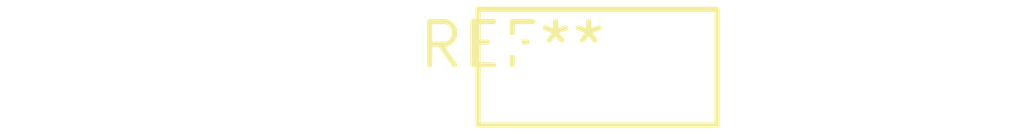
<source format=kicad_pcb>
(kicad_pcb (version 20240108) (generator pcbnew)
  (layers (0 "F.Cu" signal) (31 "B.Cu" signal) (34 "B.Paste" user) (35 "F.Paste" user) (36 "B.SilkS" user "B.Silkscreen") (37 "F.SilkS" user "F.Silkscreen") (38 "B.Mask" user) (39 "F.Mask" user) (44 "Edge.Cuts" user))
  (net 0 "")
  (footprint "RV_Disc_D7mm_W3.4mm_P5mm" (layer "F.Cu") (at 0 0)
    (property "Reference" "REF**")
    (property "Value" "RV_Disc_D7mm_W3.4mm_P5mm")
    (fp_line (start -1 -1.05) (end -1 2.35) (layer "F.SilkS") (stroke (width 0.15)))
    (fp_line (start -1 -1.05) (end 6 -1.05) (layer "F.SilkS") (stroke (width 0.15)))
    (fp_line (start -1 2.35) (end 6 2.35) (layer "F.SilkS") (stroke (width 0.15)))
    (fp_line (start 6 -1.05) (end 6 2.35) (layer "F.SilkS") (stroke (width 0.15)))
    (pad "1" thru_hole circle (at 0 0) (size 1.6 1.6) (drill 0.6) (layers *.Cu *.Mask) (remove_unused_layers))
    (pad "2" thru_hole circle (at 5 1.3) (size 1.6 1.6) (drill 0.6) (layers *.Cu *.Mask) (remove_unused_layers))
  )
)
</source>
